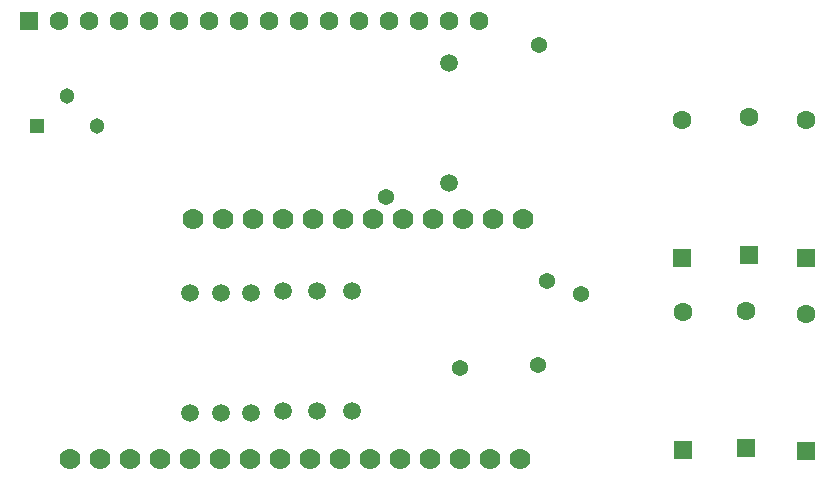
<source format=gts>
G04*
G04 #@! TF.GenerationSoftware,Altium Limited,Altium Designer,19.1.7 (138)*
G04*
G04 Layer_Color=8388736*
%FSLAX25Y25*%
%MOIN*%
G70*
G01*
G75*
%ADD15R,0.05124X0.05124*%
%ADD16C,0.05124*%
%ADD17R,0.06306X0.06306*%
%ADD18C,0.06306*%
%ADD19C,0.05912*%
%ADD20R,0.06306X0.06306*%
%ADD21C,0.07000*%
%ADD22C,0.05400*%
D15*
X14000Y116000D02*
D03*
D16*
X34000D02*
D03*
X24000Y126000D02*
D03*
D17*
X11500Y151000D02*
D03*
D18*
X21500D02*
D03*
X31500D02*
D03*
X41500D02*
D03*
X51500D02*
D03*
X61500D02*
D03*
X71500D02*
D03*
X81500D02*
D03*
X91500D02*
D03*
X101500D02*
D03*
X111500D02*
D03*
X121500D02*
D03*
X131500D02*
D03*
X141500D02*
D03*
X151500D02*
D03*
X161500D02*
D03*
X229500Y53933D02*
D03*
X250500Y54433D02*
D03*
X270500Y53433D02*
D03*
Y117933D02*
D03*
X251500Y118933D02*
D03*
X229000Y117933D02*
D03*
D19*
X151500Y97000D02*
D03*
Y137000D02*
D03*
X119000Y61000D02*
D03*
Y21000D02*
D03*
X107500Y61000D02*
D03*
Y21000D02*
D03*
X96000Y61000D02*
D03*
Y21000D02*
D03*
X85500Y60500D02*
D03*
Y20500D02*
D03*
X75500Y60500D02*
D03*
Y20500D02*
D03*
X65000Y60500D02*
D03*
Y20500D02*
D03*
D20*
X229500Y8067D02*
D03*
X250500Y8567D02*
D03*
X270500Y7567D02*
D03*
Y72067D02*
D03*
X251500Y73067D02*
D03*
X229000Y72067D02*
D03*
D21*
X66000Y85000D02*
D03*
X76000D02*
D03*
X86000D02*
D03*
X96000D02*
D03*
X106000D02*
D03*
X116000D02*
D03*
X126000D02*
D03*
X136000D02*
D03*
X146000D02*
D03*
X156000D02*
D03*
X166000D02*
D03*
X176000D02*
D03*
X175000Y5000D02*
D03*
X165000D02*
D03*
X155000D02*
D03*
X145000D02*
D03*
X135000D02*
D03*
X125000D02*
D03*
X115000D02*
D03*
X105000D02*
D03*
X95000D02*
D03*
X85000D02*
D03*
X75000D02*
D03*
X65000D02*
D03*
X55000D02*
D03*
X45000D02*
D03*
X35000D02*
D03*
X25000D02*
D03*
D22*
X155000Y35500D02*
D03*
X184000Y64500D02*
D03*
X181500Y143000D02*
D03*
X181000Y36500D02*
D03*
X195500Y60000D02*
D03*
X130500Y92500D02*
D03*
M02*

</source>
